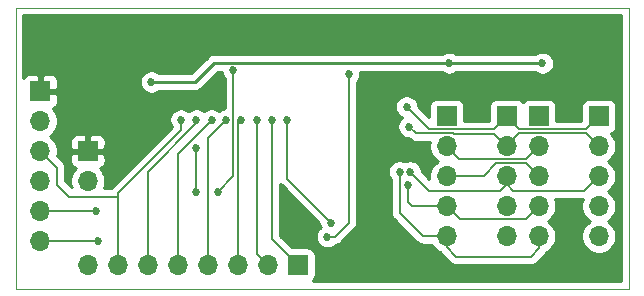
<source format=gbr>
G04 #@! TF.GenerationSoftware,KiCad,Pcbnew,5.1.10-88a1d61d58~88~ubuntu20.04.1*
G04 #@! TF.CreationDate,2021-05-20T13:29:31-04:00*
G04 #@! TF.ProjectId,hexdisplay8,68657864-6973-4706-9c61-79382e6b6963,rev?*
G04 #@! TF.SameCoordinates,Original*
G04 #@! TF.FileFunction,Copper,L2,Bot*
G04 #@! TF.FilePolarity,Positive*
%FSLAX46Y46*%
G04 Gerber Fmt 4.6, Leading zero omitted, Abs format (unit mm)*
G04 Created by KiCad (PCBNEW 5.1.10-88a1d61d58~88~ubuntu20.04.1) date 2021-05-20 13:29:31*
%MOMM*%
%LPD*%
G01*
G04 APERTURE LIST*
G04 #@! TA.AperFunction,Profile*
%ADD10C,0.050000*%
G04 #@! TD*
G04 #@! TA.AperFunction,ComponentPad*
%ADD11R,1.700000X1.700000*%
G04 #@! TD*
G04 #@! TA.AperFunction,ComponentPad*
%ADD12O,1.700000X1.700000*%
G04 #@! TD*
G04 #@! TA.AperFunction,ViaPad*
%ADD13C,0.685800*%
G04 #@! TD*
G04 #@! TA.AperFunction,Conductor*
%ADD14C,0.254000*%
G04 #@! TD*
G04 #@! TA.AperFunction,Conductor*
%ADD15C,0.152400*%
G04 #@! TD*
G04 #@! TA.AperFunction,Conductor*
%ADD16C,0.100000*%
G04 #@! TD*
G04 APERTURE END LIST*
D10*
X188000000Y-122000000D02*
X136100000Y-122000000D01*
X188000000Y-98200000D02*
X136400000Y-98200000D01*
X188000000Y-122000000D02*
X188000000Y-98200000D01*
X136100000Y-98200000D02*
X136100000Y-122000000D01*
X136400000Y-98200000D02*
X136100000Y-98200000D01*
D11*
G04 #@! TO.P,J3,1*
G04 #@! TO.N,GND*
X142220000Y-110360000D03*
D12*
G04 #@! TO.P,J3,2*
G04 #@! TO.N,VCC*
X142220000Y-112900000D03*
G04 #@! TD*
D11*
G04 #@! TO.P,J4,1*
G04 #@! TO.N,/D0*
X160000000Y-120000000D03*
D12*
G04 #@! TO.P,J4,2*
G04 #@! TO.N,/D1*
X157460000Y-120000000D03*
G04 #@! TO.P,J4,3*
G04 #@! TO.N,/D2*
X154920000Y-120000000D03*
G04 #@! TO.P,J4,4*
G04 #@! TO.N,/D3*
X152380000Y-120000000D03*
G04 #@! TO.P,J4,5*
G04 #@! TO.N,/D4*
X149840000Y-120000000D03*
G04 #@! TO.P,J4,6*
G04 #@! TO.N,/D5*
X147300000Y-120000000D03*
G04 #@! TO.P,J4,7*
G04 #@! TO.N,/D6*
X144760000Y-120000000D03*
G04 #@! TO.P,J4,8*
G04 #@! TO.N,/D7*
X142220000Y-120000000D03*
G04 #@! TD*
D11*
G04 #@! TO.P,J5,1*
G04 #@! TO.N,GND*
X138200000Y-105280000D03*
D12*
G04 #@! TO.P,J5,2*
G04 #@! TO.N,VCC*
X138200000Y-107820000D03*
G04 #@! TO.P,J5,3*
G04 #@! TO.N,/D6*
X138200000Y-110360000D03*
G04 #@! TO.P,J5,4*
G04 #@! TO.N,/D7*
X138200000Y-112900000D03*
G04 #@! TO.P,J5,5*
G04 #@! TO.N,/~RESET*
X138200000Y-115440000D03*
G04 #@! TO.P,J5,6*
G04 #@! TO.N,/D5*
X138200000Y-117980000D03*
G04 #@! TD*
D11*
G04 #@! TO.P,J11,1*
G04 #@! TO.N,/CA2*
X172600000Y-107400000D03*
D12*
G04 #@! TO.P,J11,2*
G04 #@! TO.N,/F*
X172600000Y-109940000D03*
G04 #@! TO.P,J11,3*
G04 #@! TO.N,/G*
X172600000Y-112480000D03*
G04 #@! TO.P,J11,4*
G04 #@! TO.N,/E*
X172600000Y-115020000D03*
G04 #@! TO.P,J11,5*
G04 #@! TO.N,/D*
X172600000Y-117560000D03*
G04 #@! TD*
G04 #@! TO.P,J12,5*
G04 #@! TO.N,/CA2*
X177680000Y-117560000D03*
G04 #@! TO.P,J12,4*
G04 #@! TO.N,Net-(J12-Pad4)*
X177680000Y-115020000D03*
G04 #@! TO.P,J12,3*
G04 #@! TO.N,/C*
X177680000Y-112480000D03*
G04 #@! TO.P,J12,2*
G04 #@! TO.N,/B*
X177680000Y-109940000D03*
D11*
G04 #@! TO.P,J12,1*
G04 #@! TO.N,/A*
X177680000Y-107400000D03*
G04 #@! TD*
G04 #@! TO.P,J21,1*
G04 #@! TO.N,/CA1*
X180400000Y-107400000D03*
D12*
G04 #@! TO.P,J21,2*
G04 #@! TO.N,/F*
X180400000Y-109940000D03*
G04 #@! TO.P,J21,3*
G04 #@! TO.N,/G*
X180400000Y-112480000D03*
G04 #@! TO.P,J21,4*
G04 #@! TO.N,/E*
X180400000Y-115020000D03*
G04 #@! TO.P,J21,5*
G04 #@! TO.N,/D*
X180400000Y-117560000D03*
G04 #@! TD*
G04 #@! TO.P,J22,5*
G04 #@! TO.N,/CA1*
X185480000Y-117560000D03*
G04 #@! TO.P,J22,4*
G04 #@! TO.N,Net-(J22-Pad4)*
X185480000Y-115020000D03*
G04 #@! TO.P,J22,3*
G04 #@! TO.N,/C*
X185480000Y-112480000D03*
G04 #@! TO.P,J22,2*
G04 #@! TO.N,/B*
X185480000Y-109940000D03*
D11*
G04 #@! TO.P,J22,1*
G04 #@! TO.N,/A*
X185480000Y-107400000D03*
G04 #@! TD*
D13*
G04 #@! TO.N,GND*
X143700000Y-110400000D03*
X144400000Y-105300000D03*
X145804112Y-111204112D03*
G04 #@! TO.N,/A*
X169200000Y-106600000D03*
G04 #@! TO.N,/D*
X168600000Y-112100000D03*
G04 #@! TO.N,/B*
X169400000Y-108300000D03*
G04 #@! TO.N,/E*
X169300000Y-113200000D03*
G04 #@! TO.N,/C*
X169500000Y-112100000D03*
G04 #@! TO.N,/D0*
X157800000Y-107700000D03*
G04 #@! TO.N,/D1*
X156500000Y-107700000D03*
G04 #@! TO.N,/D2*
X155200000Y-107700000D03*
G04 #@! TO.N,/D3*
X153900000Y-107700000D03*
G04 #@! TO.N,/D4*
X152700000Y-107700000D03*
G04 #@! TO.N,/D5*
X151400000Y-107700000D03*
X143100000Y-118000000D03*
G04 #@! TO.N,/D6*
X150100000Y-107700000D03*
G04 #@! TO.N,/~RESET*
X142900000Y-115400000D03*
G04 #@! TO.N,Net-(R1-Pad2)*
X162500000Y-117600000D03*
X164300000Y-103800000D03*
G04 #@! TO.N,Net-(R7-Pad2)*
X162800000Y-116400000D03*
X159100000Y-107700000D03*
G04 #@! TO.N,Net-(R8-Pad2)*
X151400000Y-113800000D03*
X151400000Y-110100000D03*
G04 #@! TO.N,Net-(R9-Pad2)*
X153200000Y-113800000D03*
X154500000Y-103500000D03*
G04 #@! TO.N,VCC*
X147600000Y-104500000D03*
X172800000Y-102900000D03*
X180700000Y-102900000D03*
G04 #@! TD*
D14*
G04 #@! TO.N,GND*
X143700000Y-110400000D02*
X144400000Y-109700000D01*
X144400000Y-109700000D02*
X144400000Y-105300000D01*
X145804112Y-111204112D02*
X145000000Y-110400000D01*
X145000000Y-110400000D02*
X143700000Y-110400000D01*
D15*
G04 #@! TO.N,/A*
X176601399Y-108478601D02*
X177680000Y-107400000D01*
X171078601Y-108478601D02*
X176601399Y-108478601D01*
X169200000Y-106600000D02*
X171078601Y-108478601D01*
X177680000Y-107400000D02*
X177680000Y-107480000D01*
X184401399Y-108478601D02*
X185480000Y-107400000D01*
X178678601Y-108478601D02*
X184401399Y-108478601D01*
X177680000Y-107480000D02*
X178678601Y-108478601D01*
G04 #@! TO.N,/D*
X168600000Y-112100000D02*
X168600000Y-115600000D01*
X170560000Y-117560000D02*
X172600000Y-117560000D01*
X168600000Y-115600000D02*
X170560000Y-117560000D01*
X172600000Y-117560000D02*
X172600000Y-118500000D01*
X172600000Y-118500000D02*
X173400000Y-119300000D01*
X173400000Y-119300000D02*
X179700000Y-119300000D01*
X180400000Y-118600000D02*
X180400000Y-117560000D01*
X179700000Y-119300000D02*
X180400000Y-118600000D01*
G04 #@! TO.N,/B*
X169961399Y-108861399D02*
X173161399Y-108861399D01*
X169400000Y-108300000D02*
X169961399Y-108861399D01*
X173161399Y-108861399D02*
X173200000Y-108900000D01*
X176640000Y-108900000D02*
X177680000Y-109940000D01*
X173200000Y-108900000D02*
X176640000Y-108900000D01*
X184401399Y-108861399D02*
X185480000Y-109940000D01*
X178758601Y-108861399D02*
X184401399Y-108861399D01*
X177680000Y-109940000D02*
X178758601Y-108861399D01*
G04 #@! TO.N,/E*
X169720000Y-115020000D02*
X172600000Y-115020000D01*
X172600000Y-115020000D02*
X173700000Y-116120000D01*
X179300000Y-116120000D02*
X180400000Y-115020000D01*
X173700000Y-116120000D02*
X179300000Y-116120000D01*
X169300000Y-113200000D02*
X169300000Y-114700000D01*
X169620000Y-115020000D02*
X169720000Y-115020000D01*
X169300000Y-114700000D02*
X169620000Y-115020000D01*
G04 #@! TO.N,/C*
X177100000Y-113700000D02*
X177680000Y-113120000D01*
X177680000Y-113120000D02*
X177680000Y-112480000D01*
X171100000Y-113700000D02*
X177100000Y-113700000D01*
X169500000Y-112100000D02*
X171100000Y-113700000D01*
X177680000Y-112480000D02*
X177680000Y-113180000D01*
X177680000Y-113180000D02*
X178200000Y-113700000D01*
X184260000Y-113700000D02*
X185480000Y-112480000D01*
X178200000Y-113700000D02*
X184260000Y-113700000D01*
G04 #@! TO.N,/G*
X172600000Y-112480000D02*
X175720000Y-112480000D01*
X179321399Y-111401399D02*
X180400000Y-112480000D01*
X176798601Y-111401399D02*
X179321399Y-111401399D01*
X175720000Y-112480000D02*
X176798601Y-111401399D01*
G04 #@! TO.N,/F*
X172600000Y-109940000D02*
X173660000Y-111000000D01*
X179321399Y-111018601D02*
X180400000Y-109940000D01*
X177143670Y-111000000D02*
X177162271Y-111018601D01*
X177162271Y-111018601D02*
X179321399Y-111018601D01*
X173660000Y-111000000D02*
X177143670Y-111000000D01*
G04 #@! TO.N,/D0*
X157800000Y-117800000D02*
X160000000Y-120000000D01*
X157800000Y-107700000D02*
X157800000Y-117800000D01*
G04 #@! TO.N,/D1*
X156500000Y-119040000D02*
X157460000Y-120000000D01*
X156500000Y-107700000D02*
X156500000Y-119040000D01*
G04 #@! TO.N,/D2*
X155200000Y-107700000D02*
X155100000Y-107700000D01*
X155100000Y-107700000D02*
X154900000Y-107900000D01*
X154900000Y-119980000D02*
X154920000Y-120000000D01*
X154900000Y-107900000D02*
X154900000Y-119980000D01*
G04 #@! TO.N,/D3*
X152380000Y-109220000D02*
X152380000Y-120000000D01*
X153900000Y-107700000D02*
X152380000Y-109220000D01*
G04 #@! TO.N,/D4*
X149840000Y-110560000D02*
X149840000Y-120000000D01*
X152700000Y-107700000D02*
X149840000Y-110560000D01*
G04 #@! TO.N,/D5*
X151400000Y-107700000D02*
X151400000Y-108000000D01*
X151400000Y-108000000D02*
X147300000Y-112100000D01*
X147300000Y-112100000D02*
X147300000Y-120000000D01*
X138220000Y-118000000D02*
X138200000Y-117980000D01*
X143100000Y-118000000D02*
X138220000Y-118000000D01*
G04 #@! TO.N,/D6*
X150100000Y-107700000D02*
X150100000Y-108600000D01*
X150100000Y-108600000D02*
X144760000Y-113940000D01*
X138200000Y-110360000D02*
X138200000Y-110476330D01*
X144720000Y-114200000D02*
X144760000Y-114240000D01*
X144760000Y-114240000D02*
X144760000Y-120000000D01*
X144760000Y-113940000D02*
X144760000Y-114240000D01*
X138200000Y-110360000D02*
X139600000Y-111760000D01*
X139600000Y-111760000D02*
X139600000Y-113200000D01*
X140600000Y-114200000D02*
X142000000Y-114200000D01*
X139600000Y-113200000D02*
X140600000Y-114200000D01*
X142000000Y-114200000D02*
X144720000Y-114200000D01*
X141923670Y-114200000D02*
X142000000Y-114200000D01*
G04 #@! TO.N,/~RESET*
X138240000Y-115400000D02*
X138200000Y-115440000D01*
X142900000Y-115400000D02*
X138240000Y-115400000D01*
G04 #@! TO.N,Net-(R1-Pad2)*
X162500000Y-117600000D02*
X163100000Y-117600000D01*
X163100000Y-117600000D02*
X164300000Y-116400000D01*
X164300000Y-116400000D02*
X164300000Y-103800000D01*
G04 #@! TO.N,Net-(R7-Pad2)*
X162800000Y-116400000D02*
X159100000Y-112700000D01*
X159100000Y-112700000D02*
X159100000Y-107700000D01*
G04 #@! TO.N,Net-(R8-Pad2)*
X151400000Y-113800000D02*
X151400000Y-110100000D01*
G04 #@! TO.N,Net-(R9-Pad2)*
X154500000Y-112500000D02*
X154500000Y-103500000D01*
X153200000Y-113800000D02*
X154500000Y-112500000D01*
D14*
G04 #@! TO.N,VCC*
X147600000Y-104500000D02*
X151300000Y-104500000D01*
X151300000Y-104500000D02*
X152922301Y-102877699D01*
D15*
X172777699Y-102877699D02*
X172800000Y-102900000D01*
D14*
X152922301Y-102877699D02*
X172777699Y-102877699D01*
X172800000Y-102900000D02*
X180700000Y-102900000D01*
G04 #@! TD*
G04 #@! TO.N,GND*
X187340000Y-121340000D02*
X161253889Y-121340000D01*
X161301185Y-121301185D01*
X161380537Y-121204494D01*
X161439502Y-121094180D01*
X161475812Y-120974482D01*
X161488072Y-120850000D01*
X161488072Y-119150000D01*
X161475812Y-119025518D01*
X161439502Y-118905820D01*
X161380537Y-118795506D01*
X161301185Y-118698815D01*
X161204494Y-118619463D01*
X161094180Y-118560498D01*
X160974482Y-118524188D01*
X160850000Y-118511928D01*
X159517716Y-118511928D01*
X158511200Y-117505413D01*
X158511200Y-113103614D01*
X158594673Y-113205326D01*
X158621811Y-113227598D01*
X161822100Y-116427888D01*
X161822100Y-116496315D01*
X161859680Y-116685243D01*
X161913694Y-116815646D01*
X161876625Y-116840415D01*
X161740415Y-116976625D01*
X161633396Y-117136790D01*
X161559680Y-117314757D01*
X161522100Y-117503685D01*
X161522100Y-117696315D01*
X161559680Y-117885243D01*
X161633396Y-118063210D01*
X161740415Y-118223375D01*
X161876625Y-118359585D01*
X162036790Y-118466604D01*
X162214757Y-118540320D01*
X162403685Y-118577900D01*
X162596315Y-118577900D01*
X162785243Y-118540320D01*
X162963210Y-118466604D01*
X163123375Y-118359585D01*
X163175783Y-118307177D01*
X163239420Y-118300909D01*
X163373481Y-118260242D01*
X163497033Y-118194202D01*
X163605327Y-118105327D01*
X163627601Y-118078186D01*
X164778200Y-116927588D01*
X164805326Y-116905327D01*
X164827588Y-116878201D01*
X164827597Y-116878192D01*
X164894202Y-116797033D01*
X164903177Y-116780242D01*
X164960242Y-116673481D01*
X165000909Y-116539420D01*
X165011200Y-116434936D01*
X165011200Y-116434927D01*
X165014640Y-116400001D01*
X165011200Y-116365075D01*
X165011200Y-112003685D01*
X167622100Y-112003685D01*
X167622100Y-112196315D01*
X167659680Y-112385243D01*
X167733396Y-112563210D01*
X167840415Y-112723375D01*
X167888800Y-112771760D01*
X167888801Y-115565064D01*
X167885360Y-115600000D01*
X167888801Y-115634936D01*
X167899092Y-115739420D01*
X167916569Y-115797033D01*
X167939759Y-115873481D01*
X168005798Y-115997032D01*
X168069785Y-116075000D01*
X168094674Y-116105327D01*
X168121810Y-116127597D01*
X170032407Y-118038196D01*
X170054673Y-118065327D01*
X170081804Y-118087593D01*
X170081809Y-118087598D01*
X170162967Y-118154202D01*
X170286518Y-118220242D01*
X170307211Y-118226519D01*
X170420580Y-118260909D01*
X170525064Y-118271200D01*
X170525071Y-118271200D01*
X170560000Y-118274640D01*
X170594928Y-118271200D01*
X171289214Y-118271200D01*
X171446525Y-118506632D01*
X171653368Y-118713475D01*
X171896589Y-118875990D01*
X172035879Y-118933686D01*
X172094674Y-119005327D01*
X172121810Y-119027597D01*
X172872402Y-119778190D01*
X172894673Y-119805327D01*
X173002967Y-119894202D01*
X173126519Y-119960242D01*
X173260580Y-120000909D01*
X173365064Y-120011200D01*
X173365071Y-120011200D01*
X173400000Y-120014640D01*
X173434928Y-120011200D01*
X179665074Y-120011200D01*
X179700000Y-120014640D01*
X179734926Y-120011200D01*
X179734936Y-120011200D01*
X179839420Y-120000909D01*
X179973481Y-119960242D01*
X180097033Y-119894202D01*
X180205327Y-119805327D01*
X180227601Y-119778186D01*
X180878200Y-119127589D01*
X180905326Y-119105327D01*
X180927588Y-119078201D01*
X180927597Y-119078192D01*
X180994201Y-118997034D01*
X180994202Y-118997033D01*
X181046244Y-118899669D01*
X181103411Y-118875990D01*
X181346632Y-118713475D01*
X181553475Y-118506632D01*
X181715990Y-118263411D01*
X181827932Y-117993158D01*
X181885000Y-117706260D01*
X181885000Y-117413740D01*
X181827932Y-117126842D01*
X181715990Y-116856589D01*
X181553475Y-116613368D01*
X181346632Y-116406525D01*
X181172240Y-116290000D01*
X181346632Y-116173475D01*
X181553475Y-115966632D01*
X181715990Y-115723411D01*
X181827932Y-115453158D01*
X181885000Y-115166260D01*
X181885000Y-114873740D01*
X181827932Y-114586842D01*
X181755179Y-114411200D01*
X184124821Y-114411200D01*
X184052068Y-114586842D01*
X183995000Y-114873740D01*
X183995000Y-115166260D01*
X184052068Y-115453158D01*
X184164010Y-115723411D01*
X184326525Y-115966632D01*
X184533368Y-116173475D01*
X184707760Y-116290000D01*
X184533368Y-116406525D01*
X184326525Y-116613368D01*
X184164010Y-116856589D01*
X184052068Y-117126842D01*
X183995000Y-117413740D01*
X183995000Y-117706260D01*
X184052068Y-117993158D01*
X184164010Y-118263411D01*
X184326525Y-118506632D01*
X184533368Y-118713475D01*
X184776589Y-118875990D01*
X185046842Y-118987932D01*
X185333740Y-119045000D01*
X185626260Y-119045000D01*
X185913158Y-118987932D01*
X186183411Y-118875990D01*
X186426632Y-118713475D01*
X186633475Y-118506632D01*
X186795990Y-118263411D01*
X186907932Y-117993158D01*
X186965000Y-117706260D01*
X186965000Y-117413740D01*
X186907932Y-117126842D01*
X186795990Y-116856589D01*
X186633475Y-116613368D01*
X186426632Y-116406525D01*
X186252240Y-116290000D01*
X186426632Y-116173475D01*
X186633475Y-115966632D01*
X186795990Y-115723411D01*
X186907932Y-115453158D01*
X186965000Y-115166260D01*
X186965000Y-114873740D01*
X186907932Y-114586842D01*
X186795990Y-114316589D01*
X186633475Y-114073368D01*
X186426632Y-113866525D01*
X186252240Y-113750000D01*
X186426632Y-113633475D01*
X186633475Y-113426632D01*
X186795990Y-113183411D01*
X186907932Y-112913158D01*
X186965000Y-112626260D01*
X186965000Y-112333740D01*
X186907932Y-112046842D01*
X186795990Y-111776589D01*
X186633475Y-111533368D01*
X186426632Y-111326525D01*
X186252240Y-111210000D01*
X186426632Y-111093475D01*
X186633475Y-110886632D01*
X186795990Y-110643411D01*
X186907932Y-110373158D01*
X186965000Y-110086260D01*
X186965000Y-109793740D01*
X186907932Y-109506842D01*
X186795990Y-109236589D01*
X186633475Y-108993368D01*
X186501620Y-108861513D01*
X186574180Y-108839502D01*
X186684494Y-108780537D01*
X186781185Y-108701185D01*
X186860537Y-108604494D01*
X186919502Y-108494180D01*
X186955812Y-108374482D01*
X186968072Y-108250000D01*
X186968072Y-106550000D01*
X186955812Y-106425518D01*
X186919502Y-106305820D01*
X186860537Y-106195506D01*
X186781185Y-106098815D01*
X186684494Y-106019463D01*
X186574180Y-105960498D01*
X186454482Y-105924188D01*
X186330000Y-105911928D01*
X184630000Y-105911928D01*
X184505518Y-105924188D01*
X184385820Y-105960498D01*
X184275506Y-106019463D01*
X184178815Y-106098815D01*
X184099463Y-106195506D01*
X184040498Y-106305820D01*
X184004188Y-106425518D01*
X183991928Y-106550000D01*
X183991928Y-107767401D01*
X181888072Y-107767401D01*
X181888072Y-106550000D01*
X181875812Y-106425518D01*
X181839502Y-106305820D01*
X181780537Y-106195506D01*
X181701185Y-106098815D01*
X181604494Y-106019463D01*
X181494180Y-105960498D01*
X181374482Y-105924188D01*
X181250000Y-105911928D01*
X179550000Y-105911928D01*
X179425518Y-105924188D01*
X179305820Y-105960498D01*
X179195506Y-106019463D01*
X179098815Y-106098815D01*
X179040000Y-106170482D01*
X178981185Y-106098815D01*
X178884494Y-106019463D01*
X178774180Y-105960498D01*
X178654482Y-105924188D01*
X178530000Y-105911928D01*
X176830000Y-105911928D01*
X176705518Y-105924188D01*
X176585820Y-105960498D01*
X176475506Y-106019463D01*
X176378815Y-106098815D01*
X176299463Y-106195506D01*
X176240498Y-106305820D01*
X176204188Y-106425518D01*
X176191928Y-106550000D01*
X176191928Y-107767401D01*
X174088072Y-107767401D01*
X174088072Y-106550000D01*
X174075812Y-106425518D01*
X174039502Y-106305820D01*
X173980537Y-106195506D01*
X173901185Y-106098815D01*
X173804494Y-106019463D01*
X173694180Y-105960498D01*
X173574482Y-105924188D01*
X173450000Y-105911928D01*
X171750000Y-105911928D01*
X171625518Y-105924188D01*
X171505820Y-105960498D01*
X171395506Y-106019463D01*
X171298815Y-106098815D01*
X171219463Y-106195506D01*
X171160498Y-106305820D01*
X171124188Y-106425518D01*
X171111928Y-106550000D01*
X171111928Y-107506140D01*
X170177900Y-106572113D01*
X170177900Y-106503685D01*
X170140320Y-106314757D01*
X170066604Y-106136790D01*
X169959585Y-105976625D01*
X169823375Y-105840415D01*
X169663210Y-105733396D01*
X169485243Y-105659680D01*
X169296315Y-105622100D01*
X169103685Y-105622100D01*
X168914757Y-105659680D01*
X168736790Y-105733396D01*
X168576625Y-105840415D01*
X168440415Y-105976625D01*
X168333396Y-106136790D01*
X168259680Y-106314757D01*
X168222100Y-106503685D01*
X168222100Y-106696315D01*
X168259680Y-106885243D01*
X168333396Y-107063210D01*
X168440415Y-107223375D01*
X168576625Y-107359585D01*
X168736790Y-107466604D01*
X168829573Y-107505036D01*
X168776625Y-107540415D01*
X168640415Y-107676625D01*
X168533396Y-107836790D01*
X168459680Y-108014757D01*
X168422100Y-108203685D01*
X168422100Y-108396315D01*
X168459680Y-108585243D01*
X168533396Y-108763210D01*
X168640415Y-108923375D01*
X168776625Y-109059585D01*
X168936790Y-109166604D01*
X169114757Y-109240320D01*
X169303685Y-109277900D01*
X169372112Y-109277900D01*
X169433801Y-109339589D01*
X169456072Y-109366726D01*
X169564366Y-109455601D01*
X169687918Y-109521641D01*
X169821979Y-109562308D01*
X169926463Y-109572599D01*
X169926472Y-109572599D01*
X169961398Y-109576039D01*
X169996324Y-109572599D01*
X171158988Y-109572599D01*
X171115000Y-109793740D01*
X171115000Y-110086260D01*
X171172068Y-110373158D01*
X171284010Y-110643411D01*
X171446525Y-110886632D01*
X171653368Y-111093475D01*
X171827760Y-111210000D01*
X171653368Y-111326525D01*
X171446525Y-111533368D01*
X171284010Y-111776589D01*
X171172068Y-112046842D01*
X171115000Y-112333740D01*
X171115000Y-112626260D01*
X171135597Y-112729809D01*
X170477900Y-112072112D01*
X170477900Y-112003685D01*
X170440320Y-111814757D01*
X170366604Y-111636790D01*
X170259585Y-111476625D01*
X170123375Y-111340415D01*
X169963210Y-111233396D01*
X169785243Y-111159680D01*
X169596315Y-111122100D01*
X169403685Y-111122100D01*
X169214757Y-111159680D01*
X169050000Y-111227924D01*
X168885243Y-111159680D01*
X168696315Y-111122100D01*
X168503685Y-111122100D01*
X168314757Y-111159680D01*
X168136790Y-111233396D01*
X167976625Y-111340415D01*
X167840415Y-111476625D01*
X167733396Y-111636790D01*
X167659680Y-111814757D01*
X167622100Y-112003685D01*
X165011200Y-112003685D01*
X165011200Y-104471760D01*
X165059585Y-104423375D01*
X165166604Y-104263210D01*
X165240320Y-104085243D01*
X165277900Y-103896315D01*
X165277900Y-103703685D01*
X165265172Y-103639699D01*
X172156739Y-103639699D01*
X172176625Y-103659585D01*
X172336790Y-103766604D01*
X172514757Y-103840320D01*
X172703685Y-103877900D01*
X172896315Y-103877900D01*
X173085243Y-103840320D01*
X173263210Y-103766604D01*
X173419761Y-103662000D01*
X180080239Y-103662000D01*
X180236790Y-103766604D01*
X180414757Y-103840320D01*
X180603685Y-103877900D01*
X180796315Y-103877900D01*
X180985243Y-103840320D01*
X181163210Y-103766604D01*
X181323375Y-103659585D01*
X181459585Y-103523375D01*
X181566604Y-103363210D01*
X181640320Y-103185243D01*
X181677900Y-102996315D01*
X181677900Y-102803685D01*
X181640320Y-102614757D01*
X181566604Y-102436790D01*
X181459585Y-102276625D01*
X181323375Y-102140415D01*
X181163210Y-102033396D01*
X180985243Y-101959680D01*
X180796315Y-101922100D01*
X180603685Y-101922100D01*
X180414757Y-101959680D01*
X180236790Y-102033396D01*
X180080239Y-102138000D01*
X173419761Y-102138000D01*
X173263210Y-102033396D01*
X173085243Y-101959680D01*
X172896315Y-101922100D01*
X172703685Y-101922100D01*
X172514757Y-101959680D01*
X172336790Y-102033396D01*
X172213615Y-102115699D01*
X152959723Y-102115699D01*
X152922300Y-102112013D01*
X152884877Y-102115699D01*
X152884875Y-102115699D01*
X152772923Y-102126725D01*
X152629286Y-102170297D01*
X152496909Y-102241054D01*
X152380879Y-102336277D01*
X152357022Y-102365347D01*
X150984370Y-103738000D01*
X148219761Y-103738000D01*
X148063210Y-103633396D01*
X147885243Y-103559680D01*
X147696315Y-103522100D01*
X147503685Y-103522100D01*
X147314757Y-103559680D01*
X147136790Y-103633396D01*
X146976625Y-103740415D01*
X146840415Y-103876625D01*
X146733396Y-104036790D01*
X146659680Y-104214757D01*
X146622100Y-104403685D01*
X146622100Y-104596315D01*
X146659680Y-104785243D01*
X146733396Y-104963210D01*
X146840415Y-105123375D01*
X146976625Y-105259585D01*
X147136790Y-105366604D01*
X147314757Y-105440320D01*
X147503685Y-105477900D01*
X147696315Y-105477900D01*
X147885243Y-105440320D01*
X148063210Y-105366604D01*
X148219761Y-105262000D01*
X151262577Y-105262000D01*
X151300000Y-105265686D01*
X151337423Y-105262000D01*
X151337426Y-105262000D01*
X151449378Y-105250974D01*
X151593015Y-105207402D01*
X151725392Y-105136645D01*
X151841422Y-105041422D01*
X151865284Y-105012346D01*
X153237932Y-103639699D01*
X153530730Y-103639699D01*
X153559680Y-103785243D01*
X153633396Y-103963210D01*
X153740415Y-104123375D01*
X153788801Y-104171761D01*
X153788801Y-106725061D01*
X153614757Y-106759680D01*
X153436790Y-106833396D01*
X153300000Y-106924796D01*
X153163210Y-106833396D01*
X152985243Y-106759680D01*
X152796315Y-106722100D01*
X152603685Y-106722100D01*
X152414757Y-106759680D01*
X152236790Y-106833396D01*
X152076625Y-106940415D01*
X152050000Y-106967040D01*
X152023375Y-106940415D01*
X151863210Y-106833396D01*
X151685243Y-106759680D01*
X151496315Y-106722100D01*
X151303685Y-106722100D01*
X151114757Y-106759680D01*
X150936790Y-106833396D01*
X150776625Y-106940415D01*
X150750000Y-106967040D01*
X150723375Y-106940415D01*
X150563210Y-106833396D01*
X150385243Y-106759680D01*
X150196315Y-106722100D01*
X150003685Y-106722100D01*
X149814757Y-106759680D01*
X149636790Y-106833396D01*
X149476625Y-106940415D01*
X149340415Y-107076625D01*
X149233396Y-107236790D01*
X149159680Y-107414757D01*
X149122100Y-107603685D01*
X149122100Y-107796315D01*
X149159680Y-107985243D01*
X149233396Y-108163210D01*
X149340415Y-108323375D01*
X149355626Y-108338586D01*
X144281811Y-113412402D01*
X144254673Y-113434674D01*
X144210253Y-113488800D01*
X143583463Y-113488800D01*
X143647932Y-113333158D01*
X143705000Y-113046260D01*
X143705000Y-112753740D01*
X143647932Y-112466842D01*
X143535990Y-112196589D01*
X143373475Y-111953368D01*
X143241620Y-111821513D01*
X143314180Y-111799502D01*
X143424494Y-111740537D01*
X143521185Y-111661185D01*
X143600537Y-111564494D01*
X143659502Y-111454180D01*
X143695812Y-111334482D01*
X143708072Y-111210000D01*
X143705000Y-110645750D01*
X143546250Y-110487000D01*
X142347000Y-110487000D01*
X142347000Y-110507000D01*
X142093000Y-110507000D01*
X142093000Y-110487000D01*
X140893750Y-110487000D01*
X140735000Y-110645750D01*
X140731928Y-111210000D01*
X140744188Y-111334482D01*
X140780498Y-111454180D01*
X140839463Y-111564494D01*
X140918815Y-111661185D01*
X141015506Y-111740537D01*
X141125820Y-111799502D01*
X141198380Y-111821513D01*
X141066525Y-111953368D01*
X140904010Y-112196589D01*
X140792068Y-112466842D01*
X140735000Y-112753740D01*
X140735000Y-113046260D01*
X140792068Y-113333158D01*
X140829630Y-113423842D01*
X140311200Y-112905413D01*
X140311200Y-111794926D01*
X140314640Y-111760000D01*
X140311200Y-111725074D01*
X140311200Y-111725064D01*
X140300909Y-111620580D01*
X140260242Y-111486519D01*
X140194202Y-111362967D01*
X140170825Y-111334482D01*
X140127597Y-111281809D01*
X140127593Y-111281805D01*
X140105326Y-111254673D01*
X140078195Y-111232407D01*
X139629759Y-110783972D01*
X139685000Y-110506260D01*
X139685000Y-110213740D01*
X139627932Y-109926842D01*
X139515990Y-109656589D01*
X139418043Y-109510000D01*
X140731928Y-109510000D01*
X140735000Y-110074250D01*
X140893750Y-110233000D01*
X142093000Y-110233000D01*
X142093000Y-109033750D01*
X142347000Y-109033750D01*
X142347000Y-110233000D01*
X143546250Y-110233000D01*
X143705000Y-110074250D01*
X143708072Y-109510000D01*
X143695812Y-109385518D01*
X143659502Y-109265820D01*
X143600537Y-109155506D01*
X143521185Y-109058815D01*
X143424494Y-108979463D01*
X143314180Y-108920498D01*
X143194482Y-108884188D01*
X143070000Y-108871928D01*
X142505750Y-108875000D01*
X142347000Y-109033750D01*
X142093000Y-109033750D01*
X141934250Y-108875000D01*
X141370000Y-108871928D01*
X141245518Y-108884188D01*
X141125820Y-108920498D01*
X141015506Y-108979463D01*
X140918815Y-109058815D01*
X140839463Y-109155506D01*
X140780498Y-109265820D01*
X140744188Y-109385518D01*
X140731928Y-109510000D01*
X139418043Y-109510000D01*
X139353475Y-109413368D01*
X139146632Y-109206525D01*
X138972240Y-109090000D01*
X139146632Y-108973475D01*
X139353475Y-108766632D01*
X139515990Y-108523411D01*
X139627932Y-108253158D01*
X139685000Y-107966260D01*
X139685000Y-107673740D01*
X139627932Y-107386842D01*
X139515990Y-107116589D01*
X139353475Y-106873368D01*
X139221620Y-106741513D01*
X139294180Y-106719502D01*
X139404494Y-106660537D01*
X139501185Y-106581185D01*
X139580537Y-106484494D01*
X139639502Y-106374180D01*
X139675812Y-106254482D01*
X139688072Y-106130000D01*
X139685000Y-105565750D01*
X139526250Y-105407000D01*
X138327000Y-105407000D01*
X138327000Y-105427000D01*
X138073000Y-105427000D01*
X138073000Y-105407000D01*
X138053000Y-105407000D01*
X138053000Y-105153000D01*
X138073000Y-105153000D01*
X138073000Y-103953750D01*
X138327000Y-103953750D01*
X138327000Y-105153000D01*
X139526250Y-105153000D01*
X139685000Y-104994250D01*
X139688072Y-104430000D01*
X139675812Y-104305518D01*
X139639502Y-104185820D01*
X139580537Y-104075506D01*
X139501185Y-103978815D01*
X139404494Y-103899463D01*
X139294180Y-103840498D01*
X139174482Y-103804188D01*
X139050000Y-103791928D01*
X138485750Y-103795000D01*
X138327000Y-103953750D01*
X138073000Y-103953750D01*
X137914250Y-103795000D01*
X137350000Y-103791928D01*
X137225518Y-103804188D01*
X137105820Y-103840498D01*
X136995506Y-103899463D01*
X136898815Y-103978815D01*
X136819463Y-104075506D01*
X136760498Y-104185820D01*
X136760000Y-104187462D01*
X136760000Y-98860000D01*
X187340001Y-98860000D01*
X187340000Y-121340000D01*
G04 #@! TA.AperFunction,Conductor*
D16*
G36*
X187340000Y-121340000D02*
G01*
X161253889Y-121340000D01*
X161301185Y-121301185D01*
X161380537Y-121204494D01*
X161439502Y-121094180D01*
X161475812Y-120974482D01*
X161488072Y-120850000D01*
X161488072Y-119150000D01*
X161475812Y-119025518D01*
X161439502Y-118905820D01*
X161380537Y-118795506D01*
X161301185Y-118698815D01*
X161204494Y-118619463D01*
X161094180Y-118560498D01*
X160974482Y-118524188D01*
X160850000Y-118511928D01*
X159517716Y-118511928D01*
X158511200Y-117505413D01*
X158511200Y-113103614D01*
X158594673Y-113205326D01*
X158621811Y-113227598D01*
X161822100Y-116427888D01*
X161822100Y-116496315D01*
X161859680Y-116685243D01*
X161913694Y-116815646D01*
X161876625Y-116840415D01*
X161740415Y-116976625D01*
X161633396Y-117136790D01*
X161559680Y-117314757D01*
X161522100Y-117503685D01*
X161522100Y-117696315D01*
X161559680Y-117885243D01*
X161633396Y-118063210D01*
X161740415Y-118223375D01*
X161876625Y-118359585D01*
X162036790Y-118466604D01*
X162214757Y-118540320D01*
X162403685Y-118577900D01*
X162596315Y-118577900D01*
X162785243Y-118540320D01*
X162963210Y-118466604D01*
X163123375Y-118359585D01*
X163175783Y-118307177D01*
X163239420Y-118300909D01*
X163373481Y-118260242D01*
X163497033Y-118194202D01*
X163605327Y-118105327D01*
X163627601Y-118078186D01*
X164778200Y-116927588D01*
X164805326Y-116905327D01*
X164827588Y-116878201D01*
X164827597Y-116878192D01*
X164894202Y-116797033D01*
X164903177Y-116780242D01*
X164960242Y-116673481D01*
X165000909Y-116539420D01*
X165011200Y-116434936D01*
X165011200Y-116434927D01*
X165014640Y-116400001D01*
X165011200Y-116365075D01*
X165011200Y-112003685D01*
X167622100Y-112003685D01*
X167622100Y-112196315D01*
X167659680Y-112385243D01*
X167733396Y-112563210D01*
X167840415Y-112723375D01*
X167888800Y-112771760D01*
X167888801Y-115565064D01*
X167885360Y-115600000D01*
X167888801Y-115634936D01*
X167899092Y-115739420D01*
X167916569Y-115797033D01*
X167939759Y-115873481D01*
X168005798Y-115997032D01*
X168069785Y-116075000D01*
X168094674Y-116105327D01*
X168121810Y-116127597D01*
X170032407Y-118038196D01*
X170054673Y-118065327D01*
X170081804Y-118087593D01*
X170081809Y-118087598D01*
X170162967Y-118154202D01*
X170286518Y-118220242D01*
X170307211Y-118226519D01*
X170420580Y-118260909D01*
X170525064Y-118271200D01*
X170525071Y-118271200D01*
X170560000Y-118274640D01*
X170594928Y-118271200D01*
X171289214Y-118271200D01*
X171446525Y-118506632D01*
X171653368Y-118713475D01*
X171896589Y-118875990D01*
X172035879Y-118933686D01*
X172094674Y-119005327D01*
X172121810Y-119027597D01*
X172872402Y-119778190D01*
X172894673Y-119805327D01*
X173002967Y-119894202D01*
X173126519Y-119960242D01*
X173260580Y-120000909D01*
X173365064Y-120011200D01*
X173365071Y-120011200D01*
X173400000Y-120014640D01*
X173434928Y-120011200D01*
X179665074Y-120011200D01*
X179700000Y-120014640D01*
X179734926Y-120011200D01*
X179734936Y-120011200D01*
X179839420Y-120000909D01*
X179973481Y-119960242D01*
X180097033Y-119894202D01*
X180205327Y-119805327D01*
X180227601Y-119778186D01*
X180878200Y-119127589D01*
X180905326Y-119105327D01*
X180927588Y-119078201D01*
X180927597Y-119078192D01*
X180994201Y-118997034D01*
X180994202Y-118997033D01*
X181046244Y-118899669D01*
X181103411Y-118875990D01*
X181346632Y-118713475D01*
X181553475Y-118506632D01*
X181715990Y-118263411D01*
X181827932Y-117993158D01*
X181885000Y-117706260D01*
X181885000Y-117413740D01*
X181827932Y-117126842D01*
X181715990Y-116856589D01*
X181553475Y-116613368D01*
X181346632Y-116406525D01*
X181172240Y-116290000D01*
X181346632Y-116173475D01*
X181553475Y-115966632D01*
X181715990Y-115723411D01*
X181827932Y-115453158D01*
X181885000Y-115166260D01*
X181885000Y-114873740D01*
X181827932Y-114586842D01*
X181755179Y-114411200D01*
X184124821Y-114411200D01*
X184052068Y-114586842D01*
X183995000Y-114873740D01*
X183995000Y-115166260D01*
X184052068Y-115453158D01*
X184164010Y-115723411D01*
X184326525Y-115966632D01*
X184533368Y-116173475D01*
X184707760Y-116290000D01*
X184533368Y-116406525D01*
X184326525Y-116613368D01*
X184164010Y-116856589D01*
X184052068Y-117126842D01*
X183995000Y-117413740D01*
X183995000Y-117706260D01*
X184052068Y-117993158D01*
X184164010Y-118263411D01*
X184326525Y-118506632D01*
X184533368Y-118713475D01*
X184776589Y-118875990D01*
X185046842Y-118987932D01*
X185333740Y-119045000D01*
X185626260Y-119045000D01*
X185913158Y-118987932D01*
X186183411Y-118875990D01*
X186426632Y-118713475D01*
X186633475Y-118506632D01*
X186795990Y-118263411D01*
X186907932Y-117993158D01*
X186965000Y-117706260D01*
X186965000Y-117413740D01*
X186907932Y-117126842D01*
X186795990Y-116856589D01*
X186633475Y-116613368D01*
X186426632Y-116406525D01*
X186252240Y-116290000D01*
X186426632Y-116173475D01*
X186633475Y-115966632D01*
X186795990Y-115723411D01*
X186907932Y-115453158D01*
X186965000Y-115166260D01*
X186965000Y-114873740D01*
X186907932Y-114586842D01*
X186795990Y-114316589D01*
X186633475Y-114073368D01*
X186426632Y-113866525D01*
X186252240Y-113750000D01*
X186426632Y-113633475D01*
X186633475Y-113426632D01*
X186795990Y-113183411D01*
X186907932Y-112913158D01*
X186965000Y-112626260D01*
X186965000Y-112333740D01*
X186907932Y-112046842D01*
X186795990Y-111776589D01*
X186633475Y-111533368D01*
X186426632Y-111326525D01*
X186252240Y-111210000D01*
X186426632Y-111093475D01*
X186633475Y-110886632D01*
X186795990Y-110643411D01*
X186907932Y-110373158D01*
X186965000Y-110086260D01*
X186965000Y-109793740D01*
X186907932Y-109506842D01*
X186795990Y-109236589D01*
X186633475Y-108993368D01*
X186501620Y-108861513D01*
X186574180Y-108839502D01*
X186684494Y-108780537D01*
X186781185Y-108701185D01*
X186860537Y-108604494D01*
X186919502Y-108494180D01*
X186955812Y-108374482D01*
X186968072Y-108250000D01*
X186968072Y-106550000D01*
X186955812Y-106425518D01*
X186919502Y-106305820D01*
X186860537Y-106195506D01*
X186781185Y-106098815D01*
X186684494Y-106019463D01*
X186574180Y-105960498D01*
X186454482Y-105924188D01*
X186330000Y-105911928D01*
X184630000Y-105911928D01*
X184505518Y-105924188D01*
X184385820Y-105960498D01*
X184275506Y-106019463D01*
X184178815Y-106098815D01*
X184099463Y-106195506D01*
X184040498Y-106305820D01*
X184004188Y-106425518D01*
X183991928Y-106550000D01*
X183991928Y-107767401D01*
X181888072Y-107767401D01*
X181888072Y-106550000D01*
X181875812Y-106425518D01*
X181839502Y-106305820D01*
X181780537Y-106195506D01*
X181701185Y-106098815D01*
X181604494Y-106019463D01*
X181494180Y-105960498D01*
X181374482Y-105924188D01*
X181250000Y-105911928D01*
X179550000Y-105911928D01*
X179425518Y-105924188D01*
X179305820Y-105960498D01*
X179195506Y-106019463D01*
X179098815Y-106098815D01*
X179040000Y-106170482D01*
X178981185Y-106098815D01*
X178884494Y-106019463D01*
X178774180Y-105960498D01*
X178654482Y-105924188D01*
X178530000Y-105911928D01*
X176830000Y-105911928D01*
X176705518Y-105924188D01*
X176585820Y-105960498D01*
X176475506Y-106019463D01*
X176378815Y-106098815D01*
X176299463Y-106195506D01*
X176240498Y-106305820D01*
X176204188Y-106425518D01*
X176191928Y-106550000D01*
X176191928Y-107767401D01*
X174088072Y-107767401D01*
X174088072Y-106550000D01*
X174075812Y-106425518D01*
X174039502Y-106305820D01*
X173980537Y-106195506D01*
X173901185Y-106098815D01*
X173804494Y-106019463D01*
X173694180Y-105960498D01*
X173574482Y-105924188D01*
X173450000Y-105911928D01*
X171750000Y-105911928D01*
X171625518Y-105924188D01*
X171505820Y-105960498D01*
X171395506Y-106019463D01*
X171298815Y-106098815D01*
X171219463Y-106195506D01*
X171160498Y-106305820D01*
X171124188Y-106425518D01*
X171111928Y-106550000D01*
X171111928Y-107506140D01*
X170177900Y-106572113D01*
X170177900Y-106503685D01*
X170140320Y-106314757D01*
X170066604Y-106136790D01*
X169959585Y-105976625D01*
X169823375Y-105840415D01*
X169663210Y-105733396D01*
X169485243Y-105659680D01*
X169296315Y-105622100D01*
X169103685Y-105622100D01*
X168914757Y-105659680D01*
X168736790Y-105733396D01*
X168576625Y-105840415D01*
X168440415Y-105976625D01*
X168333396Y-106136790D01*
X168259680Y-106314757D01*
X168222100Y-106503685D01*
X168222100Y-106696315D01*
X168259680Y-106885243D01*
X168333396Y-107063210D01*
X168440415Y-107223375D01*
X168576625Y-107359585D01*
X168736790Y-107466604D01*
X168829573Y-107505036D01*
X168776625Y-107540415D01*
X168640415Y-107676625D01*
X168533396Y-107836790D01*
X168459680Y-108014757D01*
X168422100Y-108203685D01*
X168422100Y-108396315D01*
X168459680Y-108585243D01*
X168533396Y-108763210D01*
X168640415Y-108923375D01*
X168776625Y-109059585D01*
X168936790Y-109166604D01*
X169114757Y-109240320D01*
X169303685Y-109277900D01*
X169372112Y-109277900D01*
X169433801Y-109339589D01*
X169456072Y-109366726D01*
X169564366Y-109455601D01*
X169687918Y-109521641D01*
X169821979Y-109562308D01*
X169926463Y-109572599D01*
X169926472Y-109572599D01*
X169961398Y-109576039D01*
X169996324Y-109572599D01*
X171158988Y-109572599D01*
X171115000Y-109793740D01*
X171115000Y-110086260D01*
X171172068Y-110373158D01*
X171284010Y-110643411D01*
X171446525Y-110886632D01*
X171653368Y-111093475D01*
X171827760Y-111210000D01*
X171653368Y-111326525D01*
X171446525Y-111533368D01*
X171284010Y-111776589D01*
X171172068Y-112046842D01*
X171115000Y-112333740D01*
X171115000Y-112626260D01*
X171135597Y-112729809D01*
X170477900Y-112072112D01*
X170477900Y-112003685D01*
X170440320Y-111814757D01*
X170366604Y-111636790D01*
X170259585Y-111476625D01*
X170123375Y-111340415D01*
X169963210Y-111233396D01*
X169785243Y-111159680D01*
X169596315Y-111122100D01*
X169403685Y-111122100D01*
X169214757Y-111159680D01*
X169050000Y-111227924D01*
X168885243Y-111159680D01*
X168696315Y-111122100D01*
X168503685Y-111122100D01*
X168314757Y-111159680D01*
X168136790Y-111233396D01*
X167976625Y-111340415D01*
X167840415Y-111476625D01*
X167733396Y-111636790D01*
X167659680Y-111814757D01*
X167622100Y-112003685D01*
X165011200Y-112003685D01*
X165011200Y-104471760D01*
X165059585Y-104423375D01*
X165166604Y-104263210D01*
X165240320Y-104085243D01*
X165277900Y-103896315D01*
X165277900Y-103703685D01*
X165265172Y-103639699D01*
X172156739Y-103639699D01*
X172176625Y-103659585D01*
X172336790Y-103766604D01*
X172514757Y-103840320D01*
X172703685Y-103877900D01*
X172896315Y-103877900D01*
X173085243Y-103840320D01*
X173263210Y-103766604D01*
X173419761Y-103662000D01*
X180080239Y-103662000D01*
X180236790Y-103766604D01*
X180414757Y-103840320D01*
X180603685Y-103877900D01*
X180796315Y-103877900D01*
X180985243Y-103840320D01*
X181163210Y-103766604D01*
X181323375Y-103659585D01*
X181459585Y-103523375D01*
X181566604Y-103363210D01*
X181640320Y-103185243D01*
X181677900Y-102996315D01*
X181677900Y-102803685D01*
X181640320Y-102614757D01*
X181566604Y-102436790D01*
X181459585Y-102276625D01*
X181323375Y-102140415D01*
X181163210Y-102033396D01*
X180985243Y-101959680D01*
X180796315Y-101922100D01*
X180603685Y-101922100D01*
X180414757Y-101959680D01*
X180236790Y-102033396D01*
X180080239Y-102138000D01*
X173419761Y-102138000D01*
X173263210Y-102033396D01*
X173085243Y-101959680D01*
X172896315Y-101922100D01*
X172703685Y-101922100D01*
X172514757Y-101959680D01*
X172336790Y-102033396D01*
X172213615Y-102115699D01*
X152959723Y-102115699D01*
X152922300Y-102112013D01*
X152884877Y-102115699D01*
X152884875Y-102115699D01*
X152772923Y-102126725D01*
X152629286Y-102170297D01*
X152496909Y-102241054D01*
X152380879Y-102336277D01*
X152357022Y-102365347D01*
X150984370Y-103738000D01*
X148219761Y-103738000D01*
X148063210Y-103633396D01*
X147885243Y-103559680D01*
X147696315Y-103522100D01*
X147503685Y-103522100D01*
X147314757Y-103559680D01*
X147136790Y-103633396D01*
X146976625Y-103740415D01*
X146840415Y-103876625D01*
X146733396Y-104036790D01*
X146659680Y-104214757D01*
X146622100Y-104403685D01*
X146622100Y-104596315D01*
X146659680Y-104785243D01*
X146733396Y-104963210D01*
X146840415Y-105123375D01*
X146976625Y-105259585D01*
X147136790Y-105366604D01*
X147314757Y-105440320D01*
X147503685Y-105477900D01*
X147696315Y-105477900D01*
X147885243Y-105440320D01*
X148063210Y-105366604D01*
X148219761Y-105262000D01*
X151262577Y-105262000D01*
X151300000Y-105265686D01*
X151337423Y-105262000D01*
X151337426Y-105262000D01*
X151449378Y-105250974D01*
X151593015Y-105207402D01*
X151725392Y-105136645D01*
X151841422Y-105041422D01*
X151865284Y-105012346D01*
X153237932Y-103639699D01*
X153530730Y-103639699D01*
X153559680Y-103785243D01*
X153633396Y-103963210D01*
X153740415Y-104123375D01*
X153788801Y-104171761D01*
X153788801Y-106725061D01*
X153614757Y-106759680D01*
X153436790Y-106833396D01*
X153300000Y-106924796D01*
X153163210Y-106833396D01*
X152985243Y-106759680D01*
X152796315Y-106722100D01*
X152603685Y-106722100D01*
X152414757Y-106759680D01*
X152236790Y-106833396D01*
X152076625Y-106940415D01*
X152050000Y-106967040D01*
X152023375Y-106940415D01*
X151863210Y-106833396D01*
X151685243Y-106759680D01*
X151496315Y-106722100D01*
X151303685Y-106722100D01*
X151114757Y-106759680D01*
X150936790Y-106833396D01*
X150776625Y-106940415D01*
X150750000Y-106967040D01*
X150723375Y-106940415D01*
X150563210Y-106833396D01*
X150385243Y-106759680D01*
X150196315Y-106722100D01*
X150003685Y-106722100D01*
X149814757Y-106759680D01*
X149636790Y-106833396D01*
X149476625Y-106940415D01*
X149340415Y-107076625D01*
X149233396Y-107236790D01*
X149159680Y-107414757D01*
X149122100Y-107603685D01*
X149122100Y-107796315D01*
X149159680Y-107985243D01*
X149233396Y-108163210D01*
X149340415Y-108323375D01*
X149355626Y-108338586D01*
X144281811Y-113412402D01*
X144254673Y-113434674D01*
X144210253Y-113488800D01*
X143583463Y-113488800D01*
X143647932Y-113333158D01*
X143705000Y-113046260D01*
X143705000Y-112753740D01*
X143647932Y-112466842D01*
X143535990Y-112196589D01*
X143373475Y-111953368D01*
X143241620Y-111821513D01*
X143314180Y-111799502D01*
X143424494Y-111740537D01*
X143521185Y-111661185D01*
X143600537Y-111564494D01*
X143659502Y-111454180D01*
X143695812Y-111334482D01*
X143708072Y-111210000D01*
X143705000Y-110645750D01*
X143546250Y-110487000D01*
X142347000Y-110487000D01*
X142347000Y-110507000D01*
X142093000Y-110507000D01*
X142093000Y-110487000D01*
X140893750Y-110487000D01*
X140735000Y-110645750D01*
X140731928Y-111210000D01*
X140744188Y-111334482D01*
X140780498Y-111454180D01*
X140839463Y-111564494D01*
X140918815Y-111661185D01*
X141015506Y-111740537D01*
X141125820Y-111799502D01*
X141198380Y-111821513D01*
X141066525Y-111953368D01*
X140904010Y-112196589D01*
X140792068Y-112466842D01*
X140735000Y-112753740D01*
X140735000Y-113046260D01*
X140792068Y-113333158D01*
X140829630Y-113423842D01*
X140311200Y-112905413D01*
X140311200Y-111794926D01*
X140314640Y-111760000D01*
X140311200Y-111725074D01*
X140311200Y-111725064D01*
X140300909Y-111620580D01*
X140260242Y-111486519D01*
X140194202Y-111362967D01*
X140170825Y-111334482D01*
X140127597Y-111281809D01*
X140127593Y-111281805D01*
X140105326Y-111254673D01*
X140078195Y-111232407D01*
X139629759Y-110783972D01*
X139685000Y-110506260D01*
X139685000Y-110213740D01*
X139627932Y-109926842D01*
X139515990Y-109656589D01*
X139418043Y-109510000D01*
X140731928Y-109510000D01*
X140735000Y-110074250D01*
X140893750Y-110233000D01*
X142093000Y-110233000D01*
X142093000Y-109033750D01*
X142347000Y-109033750D01*
X142347000Y-110233000D01*
X143546250Y-110233000D01*
X143705000Y-110074250D01*
X143708072Y-109510000D01*
X143695812Y-109385518D01*
X143659502Y-109265820D01*
X143600537Y-109155506D01*
X143521185Y-109058815D01*
X143424494Y-108979463D01*
X143314180Y-108920498D01*
X143194482Y-108884188D01*
X143070000Y-108871928D01*
X142505750Y-108875000D01*
X142347000Y-109033750D01*
X142093000Y-109033750D01*
X141934250Y-108875000D01*
X141370000Y-108871928D01*
X141245518Y-108884188D01*
X141125820Y-108920498D01*
X141015506Y-108979463D01*
X140918815Y-109058815D01*
X140839463Y-109155506D01*
X140780498Y-109265820D01*
X140744188Y-109385518D01*
X140731928Y-109510000D01*
X139418043Y-109510000D01*
X139353475Y-109413368D01*
X139146632Y-109206525D01*
X138972240Y-109090000D01*
X139146632Y-108973475D01*
X139353475Y-108766632D01*
X139515990Y-108523411D01*
X139627932Y-108253158D01*
X139685000Y-107966260D01*
X139685000Y-107673740D01*
X139627932Y-107386842D01*
X139515990Y-107116589D01*
X139353475Y-106873368D01*
X139221620Y-106741513D01*
X139294180Y-106719502D01*
X139404494Y-106660537D01*
X139501185Y-106581185D01*
X139580537Y-106484494D01*
X139639502Y-106374180D01*
X139675812Y-106254482D01*
X139688072Y-106130000D01*
X139685000Y-105565750D01*
X139526250Y-105407000D01*
X138327000Y-105407000D01*
X138327000Y-105427000D01*
X138073000Y-105427000D01*
X138073000Y-105407000D01*
X138053000Y-105407000D01*
X138053000Y-105153000D01*
X138073000Y-105153000D01*
X138073000Y-103953750D01*
X138327000Y-103953750D01*
X138327000Y-105153000D01*
X139526250Y-105153000D01*
X139685000Y-104994250D01*
X139688072Y-104430000D01*
X139675812Y-104305518D01*
X139639502Y-104185820D01*
X139580537Y-104075506D01*
X139501185Y-103978815D01*
X139404494Y-103899463D01*
X139294180Y-103840498D01*
X139174482Y-103804188D01*
X139050000Y-103791928D01*
X138485750Y-103795000D01*
X138327000Y-103953750D01*
X138073000Y-103953750D01*
X137914250Y-103795000D01*
X137350000Y-103791928D01*
X137225518Y-103804188D01*
X137105820Y-103840498D01*
X136995506Y-103899463D01*
X136898815Y-103978815D01*
X136819463Y-104075506D01*
X136760498Y-104185820D01*
X136760000Y-104187462D01*
X136760000Y-98860000D01*
X187340001Y-98860000D01*
X187340000Y-121340000D01*
G37*
G04 #@! TD.AperFunction*
G04 #@! TD*
M02*

</source>
